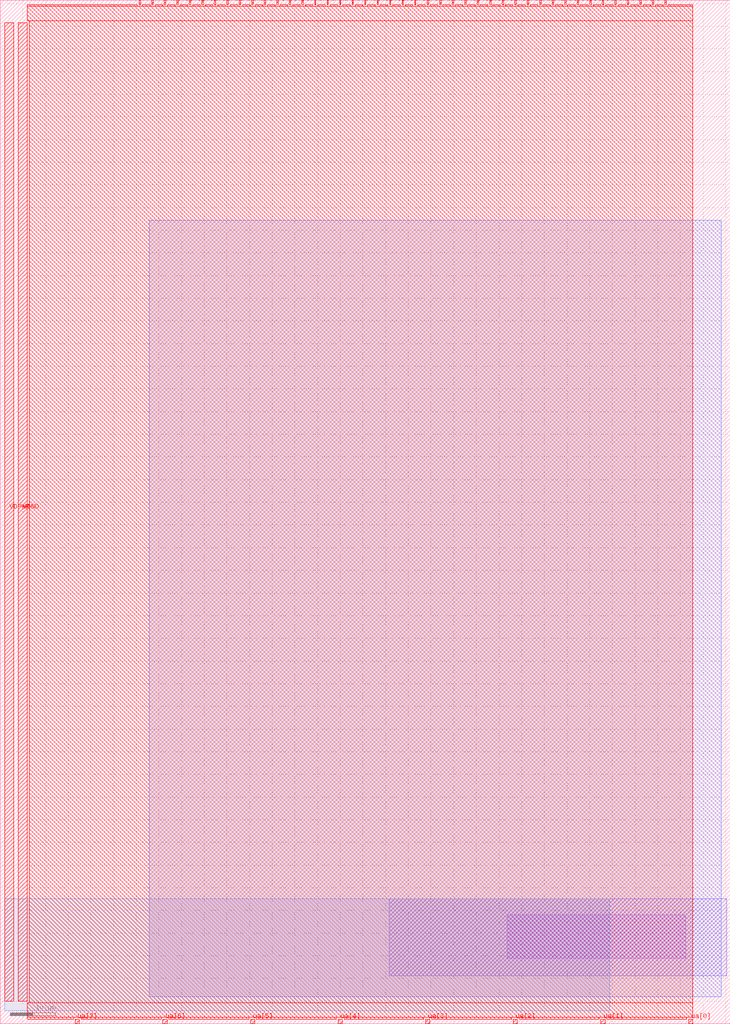
<source format=lef>
VERSION 5.7 ;
  NOWIREEXTENSIONATPIN ON ;
  DIVIDERCHAR "/" ;
  BUSBITCHARS "[]" ;
MACRO tt_um_ethel_sr_latch
  CLASS BLOCK ;
  FOREIGN tt_um_ethel_sr_latch ;
  ORIGIN 0.000 0.000 ;
  SIZE 161.000 BY 225.760 ;
  PIN clk
    DIRECTION INPUT ;
    USE SIGNAL ;
    PORT
      LAYER met4 ;
        RECT 143.830 224.760 144.130 225.760 ;
    END
  END clk
  PIN ena
    DIRECTION INPUT ;
    USE SIGNAL ;
    PORT
      LAYER met4 ;
        RECT 146.590 224.760 146.890 225.760 ;
    END
  END ena
  PIN rst_n
    DIRECTION INPUT ;
    USE SIGNAL ;
    PORT
      LAYER met4 ;
        RECT 141.070 224.760 141.370 225.760 ;
    END
  END rst_n
  PIN ua[0]
    DIRECTION INOUT ;
    USE SIGNAL ;
    ANTENNAGATEAREA 0.337500 ;
    PORT
      LAYER met4 ;
        RECT 151.810 0.000 152.710 1.000 ;
    END
  END ua[0]
  PIN ua[1]
    DIRECTION INOUT ;
    USE SIGNAL ;
    ANTENNAGATEAREA 0.337500 ;
    ANTENNADIFFAREA 0.870000 ;
    PORT
      LAYER met4 ;
        RECT 132.490 0.000 133.390 1.000 ;
    END
  END ua[1]
  PIN ua[2]
    DIRECTION INOUT ;
    USE SIGNAL ;
    ANTENNAGATEAREA 0.337500 ;
    ANTENNADIFFAREA 0.870000 ;
    PORT
      LAYER met4 ;
        RECT 113.170 0.000 114.070 1.000 ;
    END
  END ua[2]
  PIN ua[3]
    DIRECTION INOUT ;
    USE SIGNAL ;
    ANTENNAGATEAREA 0.337500 ;
    PORT
      LAYER met4 ;
        RECT 93.850 0.000 94.750 1.000 ;
    END
  END ua[3]
  PIN ua[4]
    DIRECTION INOUT ;
    USE SIGNAL ;
    PORT
      LAYER met4 ;
        RECT 74.530 0.000 75.430 1.000 ;
    END
  END ua[4]
  PIN ua[5]
    DIRECTION INOUT ;
    USE SIGNAL ;
    PORT
      LAYER met4 ;
        RECT 55.210 0.000 56.110 1.000 ;
    END
  END ua[5]
  PIN ua[6]
    DIRECTION INOUT ;
    USE SIGNAL ;
    PORT
      LAYER met4 ;
        RECT 35.890 0.000 36.790 1.000 ;
    END
  END ua[6]
  PIN ua[7]
    DIRECTION INOUT ;
    USE SIGNAL ;
    PORT
      LAYER met4 ;
        RECT 16.570 0.000 17.470 1.000 ;
    END
  END ua[7]
  PIN ui_in[0]
    DIRECTION INPUT ;
    USE SIGNAL ;
    PORT
      LAYER met4 ;
        RECT 138.310 224.760 138.610 225.760 ;
    END
  END ui_in[0]
  PIN ui_in[1]
    DIRECTION INPUT ;
    USE SIGNAL ;
    PORT
      LAYER met4 ;
        RECT 135.550 224.760 135.850 225.760 ;
    END
  END ui_in[1]
  PIN ui_in[2]
    DIRECTION INPUT ;
    USE SIGNAL ;
    PORT
      LAYER met4 ;
        RECT 132.790 224.760 133.090 225.760 ;
    END
  END ui_in[2]
  PIN ui_in[3]
    DIRECTION INPUT ;
    USE SIGNAL ;
    PORT
      LAYER met4 ;
        RECT 130.030 224.760 130.330 225.760 ;
    END
  END ui_in[3]
  PIN ui_in[4]
    DIRECTION INPUT ;
    USE SIGNAL ;
    PORT
      LAYER met4 ;
        RECT 127.270 224.760 127.570 225.760 ;
    END
  END ui_in[4]
  PIN ui_in[5]
    DIRECTION INPUT ;
    USE SIGNAL ;
    PORT
      LAYER met4 ;
        RECT 124.510 224.760 124.810 225.760 ;
    END
  END ui_in[5]
  PIN ui_in[6]
    DIRECTION INPUT ;
    USE SIGNAL ;
    PORT
      LAYER met4 ;
        RECT 121.750 224.760 122.050 225.760 ;
    END
  END ui_in[6]
  PIN ui_in[7]
    DIRECTION INPUT ;
    USE SIGNAL ;
    PORT
      LAYER met4 ;
        RECT 118.990 224.760 119.290 225.760 ;
    END
  END ui_in[7]
  PIN uio_in[0]
    DIRECTION INPUT ;
    USE SIGNAL ;
    PORT
      LAYER met4 ;
        RECT 116.230 224.760 116.530 225.760 ;
    END
  END uio_in[0]
  PIN uio_in[1]
    DIRECTION INPUT ;
    USE SIGNAL ;
    PORT
      LAYER met4 ;
        RECT 113.470 224.760 113.770 225.760 ;
    END
  END uio_in[1]
  PIN uio_in[2]
    DIRECTION INPUT ;
    USE SIGNAL ;
    PORT
      LAYER met4 ;
        RECT 110.710 224.760 111.010 225.760 ;
    END
  END uio_in[2]
  PIN uio_in[3]
    DIRECTION INPUT ;
    USE SIGNAL ;
    PORT
      LAYER met4 ;
        RECT 107.950 224.760 108.250 225.760 ;
    END
  END uio_in[3]
  PIN uio_in[4]
    DIRECTION INPUT ;
    USE SIGNAL ;
    PORT
      LAYER met4 ;
        RECT 105.190 224.760 105.490 225.760 ;
    END
  END uio_in[4]
  PIN uio_in[5]
    DIRECTION INPUT ;
    USE SIGNAL ;
    PORT
      LAYER met4 ;
        RECT 102.430 224.760 102.730 225.760 ;
    END
  END uio_in[5]
  PIN uio_in[6]
    DIRECTION INPUT ;
    USE SIGNAL ;
    PORT
      LAYER met4 ;
        RECT 99.670 224.760 99.970 225.760 ;
    END
  END uio_in[6]
  PIN uio_in[7]
    DIRECTION INPUT ;
    USE SIGNAL ;
    PORT
      LAYER met4 ;
        RECT 96.910 224.760 97.210 225.760 ;
    END
  END uio_in[7]
  PIN uio_oe[0]
    DIRECTION OUTPUT ;
    USE SIGNAL ;
    ANTENNADIFFAREA 6.174000 ;
    PORT
      LAYER met4 ;
        RECT 49.990 224.760 50.290 225.760 ;
    END
  END uio_oe[0]
  PIN uio_oe[1]
    DIRECTION OUTPUT ;
    USE SIGNAL ;
    ANTENNADIFFAREA 6.174000 ;
    PORT
      LAYER met4 ;
        RECT 47.230 224.760 47.530 225.760 ;
    END
  END uio_oe[1]
  PIN uio_oe[2]
    DIRECTION OUTPUT ;
    USE SIGNAL ;
    ANTENNADIFFAREA 6.174000 ;
    PORT
      LAYER met4 ;
        RECT 44.470 224.760 44.770 225.760 ;
    END
  END uio_oe[2]
  PIN uio_oe[3]
    DIRECTION OUTPUT ;
    USE SIGNAL ;
    ANTENNADIFFAREA 6.174000 ;
    PORT
      LAYER met4 ;
        RECT 41.710 224.760 42.010 225.760 ;
    END
  END uio_oe[3]
  PIN uio_oe[4]
    DIRECTION OUTPUT ;
    USE SIGNAL ;
    ANTENNADIFFAREA 6.174000 ;
    PORT
      LAYER met4 ;
        RECT 38.950 224.760 39.250 225.760 ;
    END
  END uio_oe[4]
  PIN uio_oe[5]
    DIRECTION OUTPUT ;
    USE SIGNAL ;
    ANTENNADIFFAREA 6.174000 ;
    PORT
      LAYER met4 ;
        RECT 36.190 224.760 36.490 225.760 ;
    END
  END uio_oe[5]
  PIN uio_oe[6]
    DIRECTION OUTPUT ;
    USE SIGNAL ;
    ANTENNADIFFAREA 6.174000 ;
    PORT
      LAYER met4 ;
        RECT 33.430 224.760 33.730 225.760 ;
    END
  END uio_oe[6]
  PIN uio_oe[7]
    DIRECTION OUTPUT ;
    USE SIGNAL ;
    ANTENNADIFFAREA 6.174000 ;
    PORT
      LAYER met4 ;
        RECT 30.670 224.760 30.970 225.760 ;
    END
  END uio_oe[7]
  PIN uio_out[0]
    DIRECTION OUTPUT ;
    USE SIGNAL ;
    ANTENNADIFFAREA 6.174000 ;
    PORT
      LAYER met4 ;
        RECT 72.070 224.760 72.370 225.760 ;
    END
  END uio_out[0]
  PIN uio_out[1]
    DIRECTION OUTPUT ;
    USE SIGNAL ;
    ANTENNADIFFAREA 6.174000 ;
    PORT
      LAYER met4 ;
        RECT 69.310 224.760 69.610 225.760 ;
    END
  END uio_out[1]
  PIN uio_out[2]
    DIRECTION OUTPUT ;
    USE SIGNAL ;
    ANTENNADIFFAREA 6.174000 ;
    PORT
      LAYER met4 ;
        RECT 66.550 224.760 66.850 225.760 ;
    END
  END uio_out[2]
  PIN uio_out[3]
    DIRECTION OUTPUT ;
    USE SIGNAL ;
    ANTENNADIFFAREA 6.174000 ;
    PORT
      LAYER met4 ;
        RECT 63.790 224.760 64.090 225.760 ;
    END
  END uio_out[3]
  PIN uio_out[4]
    DIRECTION OUTPUT ;
    USE SIGNAL ;
    ANTENNADIFFAREA 6.174000 ;
    PORT
      LAYER met4 ;
        RECT 61.030 224.760 61.330 225.760 ;
    END
  END uio_out[4]
  PIN uio_out[5]
    DIRECTION OUTPUT ;
    USE SIGNAL ;
    ANTENNADIFFAREA 6.174000 ;
    PORT
      LAYER met4 ;
        RECT 58.270 224.760 58.570 225.760 ;
    END
  END uio_out[5]
  PIN uio_out[6]
    DIRECTION OUTPUT ;
    USE SIGNAL ;
    ANTENNADIFFAREA 6.174000 ;
    PORT
      LAYER met4 ;
        RECT 55.510 224.760 55.810 225.760 ;
    END
  END uio_out[6]
  PIN uio_out[7]
    DIRECTION OUTPUT ;
    USE SIGNAL ;
    ANTENNADIFFAREA 6.174000 ;
    PORT
      LAYER met4 ;
        RECT 52.750 224.760 53.050 225.760 ;
    END
  END uio_out[7]
  PIN uo_out[0]
    DIRECTION OUTPUT ;
    USE SIGNAL ;
    ANTENNADIFFAREA 6.174000 ;
    PORT
      LAYER met4 ;
        RECT 94.150 224.760 94.450 225.760 ;
    END
  END uo_out[0]
  PIN uo_out[1]
    DIRECTION OUTPUT ;
    USE SIGNAL ;
    ANTENNADIFFAREA 6.174000 ;
    PORT
      LAYER met4 ;
        RECT 91.390 224.760 91.690 225.760 ;
    END
  END uo_out[1]
  PIN uo_out[2]
    DIRECTION OUTPUT ;
    USE SIGNAL ;
    ANTENNADIFFAREA 6.174000 ;
    PORT
      LAYER met4 ;
        RECT 88.630 224.760 88.930 225.760 ;
    END
  END uo_out[2]
  PIN uo_out[3]
    DIRECTION OUTPUT ;
    USE SIGNAL ;
    ANTENNADIFFAREA 6.174000 ;
    PORT
      LAYER met4 ;
        RECT 85.870 224.760 86.170 225.760 ;
    END
  END uo_out[3]
  PIN uo_out[4]
    DIRECTION OUTPUT ;
    USE SIGNAL ;
    ANTENNADIFFAREA 6.174000 ;
    PORT
      LAYER met4 ;
        RECT 83.110 224.760 83.410 225.760 ;
    END
  END uo_out[4]
  PIN uo_out[5]
    DIRECTION OUTPUT ;
    USE SIGNAL ;
    ANTENNADIFFAREA 6.174000 ;
    PORT
      LAYER met4 ;
        RECT 80.350 224.760 80.650 225.760 ;
    END
  END uo_out[5]
  PIN uo_out[6]
    DIRECTION OUTPUT ;
    USE SIGNAL ;
    ANTENNADIFFAREA 6.174000 ;
    PORT
      LAYER met4 ;
        RECT 77.590 224.760 77.890 225.760 ;
    END
  END uo_out[6]
  PIN uo_out[7]
    DIRECTION OUTPUT ;
    USE SIGNAL ;
    ANTENNADIFFAREA 6.174000 ;
    PORT
      LAYER met4 ;
        RECT 74.830 224.760 75.130 225.760 ;
    END
  END uo_out[7]
  PIN VDPWR
    DIRECTION INOUT ;
    USE POWER ;
    PORT
      LAYER met4 ;
        RECT 1.000 5.000 3.000 220.760 ;
    END
  END VDPWR
  PIN VGND
    DIRECTION INOUT ;
    USE GROUND ;
    PORT
      LAYER met4 ;
        RECT 4.000 5.000 6.000 220.760 ;
    END
  END VGND
  OBS
      LAYER li1 ;
        RECT 111.800 14.405 151.210 24.045 ;
      LAYER met1 ;
        RECT 85.800 10.550 160.255 27.600 ;
      LAYER met2 ;
        RECT 32.820 5.910 158.965 177.210 ;
      LAYER met3 ;
        RECT 1.000 2.880 134.375 27.595 ;
      LAYER met4 ;
        RECT 6.000 224.360 30.270 224.760 ;
        RECT 31.370 224.360 33.030 224.760 ;
        RECT 34.130 224.360 35.790 224.760 ;
        RECT 36.890 224.360 38.550 224.760 ;
        RECT 39.650 224.360 41.310 224.760 ;
        RECT 42.410 224.360 44.070 224.760 ;
        RECT 45.170 224.360 46.830 224.760 ;
        RECT 47.930 224.360 49.590 224.760 ;
        RECT 50.690 224.360 52.350 224.760 ;
        RECT 53.450 224.360 55.110 224.760 ;
        RECT 56.210 224.360 57.870 224.760 ;
        RECT 58.970 224.360 60.630 224.760 ;
        RECT 61.730 224.360 63.390 224.760 ;
        RECT 64.490 224.360 66.150 224.760 ;
        RECT 67.250 224.360 68.910 224.760 ;
        RECT 70.010 224.360 71.670 224.760 ;
        RECT 72.770 224.360 74.430 224.760 ;
        RECT 75.530 224.360 77.190 224.760 ;
        RECT 78.290 224.360 79.950 224.760 ;
        RECT 81.050 224.360 82.710 224.760 ;
        RECT 83.810 224.360 85.470 224.760 ;
        RECT 86.570 224.360 88.230 224.760 ;
        RECT 89.330 224.360 90.990 224.760 ;
        RECT 92.090 224.360 93.750 224.760 ;
        RECT 94.850 224.360 96.510 224.760 ;
        RECT 97.610 224.360 99.270 224.760 ;
        RECT 100.370 224.360 102.030 224.760 ;
        RECT 103.130 224.360 104.790 224.760 ;
        RECT 105.890 224.360 107.550 224.760 ;
        RECT 108.650 224.360 110.310 224.760 ;
        RECT 111.410 224.360 113.070 224.760 ;
        RECT 114.170 224.360 115.830 224.760 ;
        RECT 116.930 224.360 118.590 224.760 ;
        RECT 119.690 224.360 121.350 224.760 ;
        RECT 122.450 224.360 124.110 224.760 ;
        RECT 125.210 224.360 126.870 224.760 ;
        RECT 127.970 224.360 129.630 224.760 ;
        RECT 130.730 224.360 132.390 224.760 ;
        RECT 133.490 224.360 135.150 224.760 ;
        RECT 136.250 224.360 137.910 224.760 ;
        RECT 139.010 224.360 140.670 224.760 ;
        RECT 141.770 224.360 143.430 224.760 ;
        RECT 144.530 224.360 146.190 224.760 ;
        RECT 147.290 224.360 152.710 224.760 ;
        RECT 6.000 221.160 152.710 224.360 ;
        RECT 6.400 4.600 152.710 221.160 ;
        RECT 6.000 1.400 152.710 4.600 ;
        RECT 6.000 1.000 16.170 1.400 ;
        RECT 17.870 1.000 35.490 1.400 ;
        RECT 37.190 1.000 54.810 1.400 ;
        RECT 56.510 1.000 74.130 1.400 ;
        RECT 75.830 1.000 93.450 1.400 ;
        RECT 95.150 1.000 112.770 1.400 ;
        RECT 114.470 1.000 132.090 1.400 ;
        RECT 133.790 1.000 151.410 1.400 ;
  END
END tt_um_ethel_sr_latch
END LIBRARY


</source>
